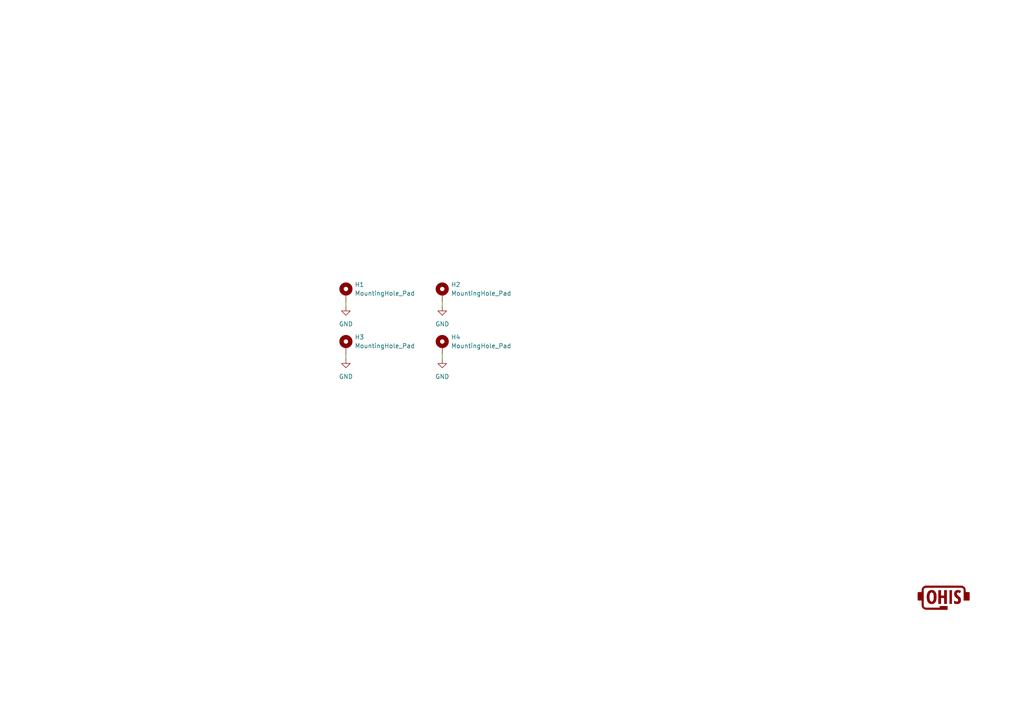
<source format=kicad_sch>
(kicad_sch (version 20231120) (generator "eeschema") (generator_version "8.0")
  (paper "A4")
  (title_block (title "Module17 HMI Front Panel") (date "2024-06-19") (rev "Rev 1.0") (company "M17 Project") (comment 1 "Morgan ON4MOD") (comment 2 "Authors:"))
  (lib_symbols
    (symbol "M17_logos:OHIS_logo" (pin_names (offset 1.016))
      (symbol "OHIS_logo_0_0"
        (polyline (pts (xy 2.3987 0.1866) (xy 2.3987 2.1322) (xy 2.0655 2.1322) (xy 1.7324 2.1322) (xy 1.7324 0.1866) (xy 1.7324 -1.7591) (xy 2.0655 -1.7591) (xy 2.3987 -1.7591) (xy 2.3987 0.1866)) (stroke (width 0.01)) (fill (type outline)))
        (polyline (pts (xy -0.773 -0.9062) (xy -0.773 -0.0533) (xy -0.2932 -0.0533) (xy 0.1865 -0.0533) (xy 0.1865 -0.9062) (xy 0.1865 -1.7591) (xy 0.5463 -1.7591) (xy 0.9061 -1.7591) (xy 0.9061 0.1866) (xy 0.9061 2.1322) (xy 0.5463 2.1322) (xy 0.1865 2.1322) (xy 0.1865 1.3593) (xy 0.1865 0.5864) (xy -0.2932 0.5864) (xy -0.773 0.5864) (xy -0.773 1.3593) (xy -0.773 2.1322) (xy -1.1328 2.1322) (xy -1.4926 2.1322) (xy -1.4926 0.1866) (xy -1.4926 -1.7591) (xy -1.1328 -1.7591) (xy -0.773 -1.7591) (xy -0.773 -0.9062)) (stroke (width 0.01)) (fill (type outline)))
        (polyline (pts (xy -3.2111 -1.7879) (xy -3.0035 -1.7382) (xy -2.8273 -1.6606) (xy -2.8084 -1.6493) (xy -2.6111 -1.5017) (xy -2.4457 -1.3176) (xy -2.3117 -1.0957) (xy -2.2084 -0.8343) (xy -2.1354 -0.5323) (xy -2.092 -0.188) (xy -2.0777 0.1999) (xy -2.0778 0.2382) (xy -2.0926 0.6023) (xy -2.1331 0.923) (xy -2.2003 1.204) (xy -2.2952 1.4489) (xy -2.4191 1.6615) (xy -2.5731 1.8453) (xy -2.7028 1.9603) (xy -2.8788 2.0698) (xy -3.075 2.1411) (xy -3.2994 2.177) (xy -3.5599 2.18) (xy -3.6526 2.1751) (xy -3.7604 2.165) (xy -3.8463 2.1475) (xy -3.9292 2.1185) (xy -4.028 2.0736) (xy -4.0415 2.067) (xy -4.2505 1.9342) (xy -4.4299 1.7583) (xy -4.5789 1.541) (xy -4.697 1.2839) (xy -4.7836 0.9886) (xy -4.8381 0.6566) (xy -4.8599 0.2902) (xy -4.123 0.2902) (xy -4.1068 0.5524) (xy -4.0665 0.8327) (xy -4.0066 1.0663) (xy -3.9265 1.2528) (xy -3.8258 1.3935) (xy -3.7037 1.4899) (xy -3.6892 1.4979) (xy -3.6139 1.5305) (xy -3.535 1.5434) (xy -3.4282 1.5412) (xy -3.3821 1.5371) (xy -3.2371 1.5007) (xy -3.1222 1.4264) (xy -3.0261 1.3075) (xy -2.9609 1.1764) (xy -2.9008 0.9879) (xy -2.8559 0.767) (xy -2.8264 0.5237) (xy -2.8124 0.268) (xy -2.8141 0.0098) (xy -2.8318 -0.2407) (xy -2.8657 -0.4737) (xy -2.9159 -0.6792) (xy -2.9827 -0.847) (xy -3.0143 -0.9008) (xy -3.1025 -1.0094) (xy -3.205 -1.0961) (xy -3.3065 -1.1465) (xy -3.3103 -1.1476) (xy -3.4744 -1.1687) (xy -3.6276 -1.1394) (xy -3.7653 -1.0621) (xy -3.8831 -0.9394) (xy -3.9766 -0.7738) (xy -4.014 -0.6721) (xy -4.065 -0.4684) (xy -4.101 -0.2322) (xy -4.1207 0.0247) (xy -4.123 0.2902) (xy -4.8599 0.2902) (xy -4.8599 0.2896) (xy -4.8484 -0.1109) (xy -4.8365 -0.2502) (xy -4.7836 -0.5921) (xy -4.6998 -0.8936) (xy -4.5859 -1.1537) (xy -4.4422 -1.3717) (xy -4.2693 -1.5466) (xy -4.0677 -1.6777) (xy -3.838 -1.764) (xy -3.6618 -1.7971) (xy -3.4355 -1.808) (xy -3.2111 -1.7879)) (stroke (width 0.01)) (fill (type outline)))
        (polyline (pts (xy 4.1138 -1.793) (xy 4.2753 -1.7697) (xy 4.4016 -1.7353) (xy 4.5544 -1.6595) (xy 4.7168 -1.5277) (xy 4.8438 -1.3567) (xy 4.9348 -1.148) (xy 4.9888 -0.9026) (xy 4.9998 -0.7978) (xy 4.9984 -0.5513) (xy 4.9538 -0.3249) (xy 4.8639 -0.1146) (xy 4.7267 0.0835) (xy 4.5403 0.2734) (xy 4.3026 0.4592) (xy 4.2034 0.5313) (xy 4.0412 0.6676) (xy 3.9252 0.7969) (xy 3.8521 0.9241) (xy 3.8187 1.0544) (xy 3.8214 1.1929) (xy 3.8475 1.3097) (xy 3.91 1.4308) (xy 4.0033 1.5087) (xy 4.009 1.5115) (xy 4.1236 1.5415) (xy 4.2655 1.5389) (xy 4.4216 1.5052) (xy 4.5789 1.4419) (xy 4.7461 1.3575) (xy 4.7878 1.4584) (xy 4.8186 1.5323) (xy 4.8616 1.6349) (xy 4.9067 1.7419) (xy 4.9127 1.7562) (xy 4.9489 1.8435) (xy 4.9744 1.9079) (xy 4.984 1.9365) (xy 4.9802 1.9427) (xy 4.9403 1.9683) (xy 4.8668 2.004) (xy 4.7717 2.0449) (xy 4.6671 2.0858) (xy 4.5651 2.1218) (xy 4.4776 2.1479) (xy 4.4011 2.1642) (xy 4.2104 2.1833) (xy 4.013 2.1781) (xy 3.8275 2.1497) (xy 3.6725 2.0992) (xy 3.4995 1.9986) (xy 3.3429 1.852) (xy 3.2259 1.6696) (xy 3.1823 1.5671) (xy 3.1213 1.3351) (xy 3.1016 1.0914) (xy 3.1227 0.8481) (xy 3.1841 0.6171) (xy 3.2851 0.4103) (xy 3.3335 0.3427) (xy 3.4561 0.2082) (xy 3.6212 0.0594) (xy 3.8247 -0.0996) (xy 3.8737 -0.1366) (xy 3.9739 -0.2169) (xy 4.0593 -0.2916) (xy 4.1154 -0.3482) (xy 4.142 -0.3813) (xy 4.2348 -0.5346) (xy 4.2819 -0.6889) (xy 4.2832 -0.8377) (xy 4.2383 -0.9741) (xy 4.147 -1.0915) (xy 4.1405 -1.0974) (xy 4.0844 -1.1348) (xy 4.0114 -1.1564) (xy 3.9035 -1.168) (xy 3.8961 -1.1684) (xy 3.7457 -1.1675) (xy 3.6019 -1.1436) (xy 3.4492 -1.0928) (xy 3.2717 -1.0111) (xy 3.065 -0.9069) (xy 3.065 -1.2631) (xy 3.065 -1.6192) (xy 3.2024 -1.6783) (xy 3.2634 -1.7023) (xy 3.3852 -1.7428) (xy 3.5022 -1.7744) (xy 3.5868 -1.7895) (xy 3.7525 -1.8036) (xy 3.9338 -1.8046) (xy 4.1138 -1.793)) (stroke (width 0.01)) (fill (type outline)))
        (polyline (pts (xy 1.1194 -2.9587) (xy 1.1194 -2.452) (xy 0.0133 -2.452) (xy -1.0928 -2.452) (xy -1.0928 -2.6919) (xy -1.0928 -2.9318) (xy -3.1784 -2.9312) (xy -3.348 -2.9312) (xy -3.7101 -2.9309) (xy -4.0241 -2.9305) (xy -4.2937 -2.9299) (xy -4.5225 -2.9289) (xy -4.7142 -2.9274) (xy -4.8724 -2.9255) (xy -5.0008 -2.9229) (xy -5.103 -2.9197) (xy -5.1828 -2.9157) (xy -5.2438 -2.9109) (xy -5.2895 -2.9051) (xy -5.3238 -2.8983) (xy -5.3501 -2.8905) (xy -5.3723 -2.8814) (xy -5.483 -2.8194) (xy -5.6316 -2.6889) (xy -5.7419 -2.5256) (xy -5.8103 -2.3883) (xy -5.8103 0) (xy -5.8103 2.3883) (xy -5.7419 2.5256) (xy -5.6762 2.6335) (xy -5.5403 2.7768) (xy -5.3723 2.8814) (xy -5.3668 2.8838) (xy -5.3514 2.8894) (xy -5.3318 2.8946) (xy -5.3056 2.8993) (xy -5.2708 2.9036) (xy -5.225 2.9075) (xy -5.166 2.9109) (xy -5.0916 2.9141) (xy -4.9996 2.9168) (xy -4.8877 2.9193) (xy -4.7537 2.9214) (xy -4.5954 2.9233) (xy -4.4105 2.9249) (xy -4.1968 2.9263) (xy -3.9522 2.9274) (xy -3.6743 2.9283) (xy -3.3609 2.9291) (xy -3.0098 2.9297) (xy -2.6188 2.9301) (xy -2.1856 2.9304) (xy -1.708 2.9307) (xy -1.1839 2.9308) (xy -0.6108 2.9309) (xy 0.0133 2.931) (xy 5.2905 2.9313) (xy 5.4238 2.8689) (xy 5.4806 2.8375) (xy 5.5816 2.7651) (xy 5.6685 2.6852) (xy 5.6722 2.6812) (xy 5.7106 2.6387) (xy 5.7436 2.5986) (xy 5.7714 2.5566) (xy 5.7945 2.5083) (xy 5.8134 2.4495) (xy 5.8285 2.3759) (xy 5.8403 2.2833) (xy 5.849 2.1673) (xy 5.8552 2.0237) (xy 5.8594 1.8482) (xy 5.8618 1.6365) (xy 5.8631 1.3843) (xy 5.8635 1.0874) (xy 5.8635 0.7414) (xy 5.8635 -0.7996) (xy 6.6244 -0.7996) (xy 7.3852 -0.7996) (xy 7.4506 -0.7342) (xy 7.516 -0.6687) (xy 7.516 0.3998) (xy 7.516 1.4683) (xy 7.4506 1.5337) (xy 7.4384 1.5457) (xy 7.4146 1.5654) (xy 7.3852 1.5795) (xy 7.3425 1.589) (xy 7.2783 1.5948) (xy 7.1847 1.5978) (xy 7.0538 1.599) (xy 6.8776 1.5992) (xy 6.3699 1.5992) (xy 6.3699 1.9577) (xy 6.3699 1.968) (xy 6.3674 2.1158) (xy 6.361 2.2571) (xy 6.3518 2.3761) (xy 6.3406 2.4574) (xy 6.322 2.534) (xy 6.232 2.7645) (xy 6.0993 2.9697) (xy 5.9293 3.1447) (xy 5.7276 3.2847) (xy 5.4995 3.3846) (xy 5.2505 3.4395) (xy 5.2042 3.4427) (xy 5.1006 3.4461) (xy 4.9443 3.4491) (xy 4.7359 3.4518) (xy 4.4757 3.4542) (xy 4.1641 3.4561) (xy 3.8014 3.4578) (xy 3.3881 3.459) (xy 2.9246 3.46) (xy 2.4112 3.4605) (xy 1.8483 3.4607) (xy 1.2363 3.4605) (xy 0.5757 3.46) (xy -0.1333 3.4591) (xy -5.2906 3.4515) (xy -5.4571 3.3944) (xy -5.6381 3.3178) (xy -5.8549 3.1792) (xy -6.0362 3.0039) (xy -6.178 2.7957) (xy -6.2766 2.5587) (xy -6.2861 2.5222) (xy -6.3077 2.3936) (xy -6.3245 2.2196) (xy -6.336 2.0056) (xy -6.351 1.5992) (xy -6.8469 1.5983) (xy -6.9534 1.598) (xy -7.115 1.596) (xy -7.2347 1.5907) (xy -7.3197 1.5805) (xy -7.3776 1.5635) (xy -7.4156 1.5382) (xy -7.4412 1.5027) (xy -7.4617 1.4553) (xy -7.464 1.447) (xy -7.471 1.3867) (xy -7.4769 1.2827) (xy -7.4817 1.1425) (xy -7.4854 0.9735) (xy -7.488 0.7833) (xy -7.4894 0.5793) (xy -7.4898 0.3689) (xy -7.4892 0.1596) (xy -7.4874 -0.0412) (xy -7.4845 -0.2259) (xy -7.4804 -0.3872) (xy -7.4753 -0.5176) (xy -7.4691 -0.6096) (xy -7.4617 -0.6557) (xy -7.4503 -0.6841) (xy -7.4279 -0.7244) (xy -7.3963 -0.7539) (xy -7.3482 -0.7743) (xy -7.2761 -0.7873) (xy -7.1728 -0.7945) (xy -7.031 -0.7978) (xy -6.8431 -0.7987) (xy -6.3434 -0.7996) (xy -6.3427 -1.4592) (xy -6.3427 -1.4645) (xy -6.3419 -1.71) (xy -6.3398 -1.9097) (xy -6.3359 -2.071) (xy -6.3297 -2.2012) (xy -6.3207 -2.3077) (xy -6.3085 -2.3979) (xy -6.2927 -2.4791) (xy -6.2727 -2.5587) (xy -6.2067 -2.7396) (xy -6.0831 -2.9475) (xy -5.9204 -3.1258) (xy -5.7238 -3.2697) (xy -5.4987 -3.3748) (xy -5.2506 -3.4362) (xy -5.2349 -3.4376) (xy -5.1647 -3.4405) (xy -5.0464 -3.4432) (xy -4.8836 -3.4459) (xy -4.6797 -3.4485) (xy -4.4383 -3.4509) (xy -4.1628 -3.4532) (xy -3.8568 -3.4552) (xy -3.5239 -3.457) (xy -3.1674 -3.4586) (xy -2.791 -3.4599) (xy -2.3982 -3.4609) (xy -1.9923 -3.4616) (xy 1.1194 -3.4653) (xy 1.1194 -2.9587)) (stroke (width 0.01)) (fill (type outline)))
      )
    )
    (symbol "Mechanical:MountingHole_Pad" (pin_numbers hide) (pin_names (offset 1.016) hide)
      (property "Reference" "H" (at 0 6.35 0))
      (property "Value" "MountingHole_Pad" (at 0 4.445 0))
      (symbol "MountingHole_Pad_0_1"
        (circle (center 0 1.27) (radius 1.27) (stroke (width 1.27)))
      )
      (symbol "MountingHole_Pad_1_1"
        (pin input line (at 0 -2.54 90) (length 2.54) (name "1") (number "1"))
      )
    )
    (symbol "power:GND" (power) (pin_names (offset 0))
      (property "Value" "GND" (at 0 -3.81 0))
      (symbol "GND_0_1"
        (polyline (pts (xy 0 0) (xy 0 -1.27) (xy 1.27 -1.27) (xy 0 -2.54) (xy -1.27 -1.27) (xy 0 -1.27)))
      )
      (symbol "GND_1_1"
        (pin power_in line (at 0 0 270) (length 0) hide (name "GND") (number "1"))
      )
    )
  )
  (wire (pts (xy 100.33 102.87) (xy 100.33 104.14)))
  (wire (pts (xy 128.27 87.63) (xy 128.27 88.9)))
  (wire (pts (xy 100.33 87.63) (xy 100.33 88.9)))
  (wire (pts (xy 128.27 102.87) (xy 128.27 104.14)))
  (symbol (lib_id "Mechanical:MountingHole_Pad") (at 100.33 100.33 0) (unit 1)
    (property "Reference" "H3" (at 102.87 97.79 0) (effects (justify left)))
    (property "Value" "MountingHole_Pad" (at 102.87 100.33 0) (effects (justify left)))
    (property "Footprint" "M17_mounting_hole:MountingHole_3.7mm_Pad_Via_Small_Pad" (effects (hide yes)))
  )
  (symbol (lib_id "Mechanical:MountingHole_Pad") (at 100.33 85.09 0) (unit 1)
    (property "Reference" "H1" (at 102.87 82.55 0) (effects (justify left)))
    (property "Value" "MountingHole_Pad" (at 102.87 85.09 0) (effects (justify left)))
    (property "Footprint" "M17_mounting_hole:MountingHole_3.7mm_Pad_Via_Small_Pad" (effects (hide yes)))
  )
  (symbol (lib_id "Mechanical:MountingHole_Pad") (at 128.27 100.33 0) (unit 1)
    (property "Reference" "H4" (at 130.81 97.79 0) (effects (justify left)))
    (property "Value" "MountingHole_Pad" (at 130.81 100.33 0) (effects (justify left)))
    (property "Footprint" "M17_mounting_hole:MountingHole_3.7mm_Pad_Via_Small_Pad" (effects (hide yes)))
  )
  (symbol (lib_id "power:GND") (at 128.27 88.9 0) (unit 1)
    (property "Reference" "#PWR02" (effects (hide yes)))
    (property "Value" "GND" (at 128.27 93.98 0))
  )
  (symbol (lib_id "power:GND") (at 128.27 104.14 0) (unit 1)
    (property "Reference" "#PWR04" (effects (hide yes)))
    (property "Value" "GND" (at 128.27 109.22 0))
  )
  (symbol (lib_id "power:GND") (at 100.33 104.14 0) (unit 1)
    (property "Reference" "#PWR03" (effects (hide yes)))
    (property "Value" "GND" (at 100.33 109.22 0))
  )
  (symbol (lib_id "M17_logos:OHIS_logo") (at 273.685 173.355 0) (unit 1)
    (property "Reference" "LOGO2" (effects (hide yes)))
    (property "Value" "OHIS_logo" (effects (hide yes)))
    (property "Footprint" "M17_logos:OHIS_logo_10.8x5mm" (effects (hide yes)))
  )
  (symbol (lib_id "Mechanical:MountingHole_Pad") (at 128.27 85.09 0) (unit 1)
    (property "Reference" "H2" (at 130.81 82.55 0) (effects (justify left)))
    (property "Value" "MountingHole_Pad" (at 130.81 85.09 0) (effects (justify left)))
    (property "Footprint" "M17_mounting_hole:MountingHole_3.7mm_Pad_Via_Small_Pad" (effects (hide yes)))
  )
  (symbol (lib_id "power:GND") (at 100.33 88.9 0) (unit 1)
    (property "Reference" "#PWR01" (effects (hide yes)))
    (property "Value" "GND" (at 100.33 93.98 0))
  )
)
</source>
